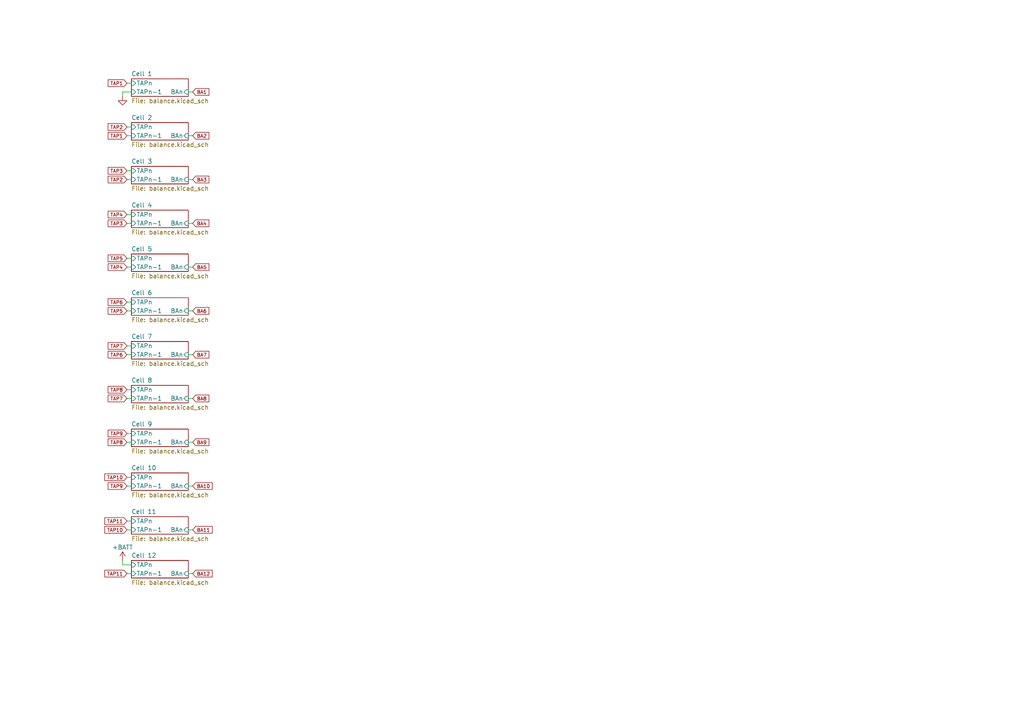
<source format=kicad_sch>
(kicad_sch (version 20231120) (generator "eeschema") (generator_version "8.0")
  (paper "A4")
  (lib_symbols
    (symbol "power:+BATT" (power) (pin_numbers hide) (pin_names (offset 0) hide)
      (property "Value" "+BATT" (at 0 3.556 0))
      (symbol "+BATT_0_1"
        (polyline (pts (xy -0.762 1.27) (xy 0 2.54)))
        (polyline (pts (xy 0 0) (xy 0 2.54)))
        (polyline (pts (xy 0 2.54) (xy 0.762 1.27)))
      )
      (symbol "+BATT_1_1"
        (pin power_in line (at 0 0 90) (length 0) (name "~") (number "1"))
      )
    )
    (symbol "power:GND" (power) (pin_numbers hide) (pin_names (offset 0) hide)
      (property "Value" "GND" (at 0 -3.81 0))
      (symbol "GND_0_1"
        (polyline (pts (xy 0 0) (xy 0 -1.27) (xy 1.27 -1.27) (xy 0 -2.54) (xy -1.27 -1.27) (xy 0 -1.27)))
      )
      (symbol "GND_1_1"
        (pin power_in line (at 0 0 270) (length 0) (name "~") (number "1"))
      )
    )
  )
  (wire (pts (xy 54.61 102.87) (xy 55.88 102.87)))
  (wire (pts (xy 54.61 166.37) (xy 55.88 166.37)))
  (wire (pts (xy 36.83 153.67) (xy 38.1 153.67)))
  (wire (pts (xy 54.61 77.47) (xy 55.88 77.47)))
  (wire (pts (xy 36.83 138.43) (xy 38.1 138.43)))
  (wire (pts (xy 35.56 163.83) (xy 38.1 163.83)))
  (wire (pts (xy 36.83 128.27) (xy 38.1 128.27)))
  (wire (pts (xy 36.83 24.13) (xy 38.1 24.13)))
  (wire (pts (xy 36.83 140.97) (xy 38.1 140.97)))
  (wire (pts (xy 36.83 151.13) (xy 38.1 151.13)))
  (wire (pts (xy 36.83 62.23) (xy 38.1 62.23)))
  (wire (pts (xy 54.61 153.67) (xy 55.88 153.67)))
  (wire (pts (xy 35.56 26.67) (xy 38.1 26.67)))
  (wire (pts (xy 36.83 52.07) (xy 38.1 52.07)))
  (wire (pts (xy 35.56 27.94) (xy 35.56 26.67)))
  (wire (pts (xy 36.83 100.33) (xy 38.1 100.33)))
  (wire (pts (xy 54.61 64.77) (xy 55.88 64.77)))
  (wire (pts (xy 54.61 90.17) (xy 55.88 90.17)))
  (wire (pts (xy 54.61 115.57) (xy 55.88 115.57)))
  (wire (pts (xy 54.61 140.97) (xy 55.88 140.97)))
  (wire (pts (xy 36.83 102.87) (xy 38.1 102.87)))
  (wire (pts (xy 54.61 52.07) (xy 55.88 52.07)))
  (wire (pts (xy 36.83 166.37) (xy 38.1 166.37)))
  (wire (pts (xy 36.83 49.53) (xy 38.1 49.53)))
  (wire (pts (xy 54.61 39.37) (xy 55.88 39.37)))
  (wire (pts (xy 54.61 128.27) (xy 55.88 128.27)))
  (wire (pts (xy 54.61 26.67) (xy 55.88 26.67)))
  (wire (pts (xy 36.83 87.63) (xy 38.1 87.63)))
  (wire (pts (xy 36.83 90.17) (xy 38.1 90.17)))
  (wire (pts (xy 36.83 39.37) (xy 38.1 39.37)))
  (wire (pts (xy 36.83 113.03) (xy 38.1 113.03)))
  (wire (pts (xy 36.83 64.77) (xy 38.1 64.77)))
  (wire (pts (xy 36.83 115.57) (xy 38.1 115.57)))
  (wire (pts (xy 36.83 36.83) (xy 38.1 36.83)))
  (wire (pts (xy 36.83 77.47) (xy 38.1 77.47)))
  (wire (pts (xy 36.83 125.73) (xy 38.1 125.73)))
  (wire (pts (xy 35.56 163.83) (xy 35.56 162.56)))
  (wire (pts (xy 36.83 74.93) (xy 38.1 74.93)))
  (global_label "TAP2" (shape input) (at 36.83 36.83 180) (effects (font (size 1 1))) (property "Intersheetrefs" "${INTERSHEET_REFS}" (effects (hide yes))))
  (global_label "TAP10" (shape input) (at 36.83 138.43 180) (effects (font (size 1 1))) (property "Intersheetrefs" "${INTERSHEET_REFS}" (effects (hide yes))))
  (global_label "BA1" (shape input) (at 55.88 26.67 0) (effects (font (size 1 1))) (property "Intersheetrefs" "${INTERSHEET_REFS}" (effects (hide yes))))
  (global_label "TAP8" (shape input) (at 36.83 128.27 180) (effects (font (size 1 1))) (property "Intersheetrefs" "${INTERSHEET_REFS}" (effects (hide yes))))
  (global_label "TAP6" (shape input) (at 36.83 87.63 180) (effects (font (size 1 1))) (property "Intersheetrefs" "${INTERSHEET_REFS}" (effects (hide yes))))
  (global_label "BA7" (shape input) (at 55.88 102.87 0) (effects (font (size 1 1))) (property "Intersheetrefs" "${INTERSHEET_REFS}" (effects (hide yes))))
  (global_label "TAP1" (shape input) (at 36.83 24.13 180) (effects (font (size 1 1))) (property "Intersheetrefs" "${INTERSHEET_REFS}" (effects (hide yes))))
  (global_label "TAP2" (shape input) (at 36.83 52.07 180) (effects (font (size 1 1))) (property "Intersheetrefs" "${INTERSHEET_REFS}" (effects (hide yes))))
  (global_label "BA9" (shape input) (at 55.88 128.27 0) (effects (font (size 1 1))) (property "Intersheetrefs" "${INTERSHEET_REFS}" (effects (hide yes))))
  (global_label "TAP4" (shape input) (at 36.83 77.47 180) (effects (font (size 1 1))) (property "Intersheetrefs" "${INTERSHEET_REFS}" (effects (hide yes))))
  (global_label "TAP3" (shape input) (at 36.83 64.77 180) (effects (font (size 1 1))) (property "Intersheetrefs" "${INTERSHEET_REFS}" (effects (hide yes))))
  (global_label "TAP5" (shape input) (at 36.83 90.17 180) (effects (font (size 1 1))) (property "Intersheetrefs" "${INTERSHEET_REFS}" (effects (hide yes))))
  (global_label "TAP8" (shape input) (at 36.83 113.03 180) (effects (font (size 1 1))) (property "Intersheetrefs" "${INTERSHEET_REFS}" (effects (hide yes))))
  (global_label "BA11" (shape input) (at 55.88 153.67 0) (effects (font (size 1 1))) (property "Intersheetrefs" "${INTERSHEET_REFS}" (effects (hide yes))))
  (global_label "TAP7" (shape input) (at 36.83 100.33 180) (effects (font (size 1 1))) (property "Intersheetrefs" "${INTERSHEET_REFS}" (effects (hide yes))))
  (global_label "TAP5" (shape input) (at 36.83 74.93 180) (effects (font (size 1 1))) (property "Intersheetrefs" "${INTERSHEET_REFS}" (effects (hide yes))))
  (global_label "TAP1" (shape input) (at 36.83 39.37 180) (effects (font (size 1 1))) (property "Intersheetrefs" "${INTERSHEET_REFS}" (effects (hide yes))))
  (global_label "BA6" (shape input) (at 55.88 90.17 0) (effects (font (size 1 1))) (property "Intersheetrefs" "${INTERSHEET_REFS}" (effects (hide yes))))
  (global_label "TAP7" (shape input) (at 36.83 115.57 180) (effects (font (size 1 1))) (property "Intersheetrefs" "${INTERSHEET_REFS}" (effects (hide yes))))
  (global_label "BA10" (shape input) (at 55.88 140.97 0) (effects (font (size 1 1))) (property "Intersheetrefs" "${INTERSHEET_REFS}" (effects (hide yes))))
  (global_label "BA8" (shape input) (at 55.88 115.57 0) (effects (font (size 1 1))) (property "Intersheetrefs" "${INTERSHEET_REFS}" (effects (hide yes))))
  (global_label "TAP10" (shape input) (at 36.83 153.67 180) (effects (font (size 1 1))) (property "Intersheetrefs" "${INTERSHEET_REFS}" (effects (hide yes))))
  (global_label "TAP11" (shape input) (at 36.83 166.37 180) (effects (font (size 1 1))) (property "Intersheetrefs" "${INTERSHEET_REFS}" (effects (hide yes))))
  (global_label "TAP3" (shape input) (at 36.83 49.53 180) (effects (font (size 1 1))) (property "Intersheetrefs" "${INTERSHEET_REFS}" (effects (hide yes))))
  (global_label "BA5" (shape input) (at 55.88 77.47 0) (effects (font (size 1 1))) (property "Intersheetrefs" "${INTERSHEET_REFS}" (effects (hide yes))))
  (global_label "TAP9" (shape input) (at 36.83 140.97 180) (effects (font (size 1 1))) (property "Intersheetrefs" "${INTERSHEET_REFS}" (effects (hide yes))))
  (global_label "TAP9" (shape input) (at 36.83 125.73 180) (effects (font (size 1 1))) (property "Intersheetrefs" "${INTERSHEET_REFS}" (effects (hide yes))))
  (global_label "BA2" (shape input) (at 55.88 39.37 0) (effects (font (size 1 1))) (property "Intersheetrefs" "${INTERSHEET_REFS}" (effects (hide yes))))
  (global_label "BA3" (shape input) (at 55.88 52.07 0) (effects (font (size 1 1))) (property "Intersheetrefs" "${INTERSHEET_REFS}" (effects (hide yes))))
  (global_label "BA12" (shape input) (at 55.88 166.37 0) (effects (font (size 1 1))) (property "Intersheetrefs" "${INTERSHEET_REFS}" (effects (hide yes))))
  (global_label "TAP4" (shape input) (at 36.83 62.23 180) (effects (font (size 1 1))) (property "Intersheetrefs" "${INTERSHEET_REFS}" (effects (hide yes))))
  (global_label "BA4" (shape input) (at 55.88 64.77 0) (effects (font (size 1 1))) (property "Intersheetrefs" "${INTERSHEET_REFS}" (effects (hide yes))))
  (global_label "TAP6" (shape input) (at 36.83 102.87 180) (effects (font (size 1 1))) (property "Intersheetrefs" "${INTERSHEET_REFS}" (effects (hide yes))))
  (global_label "TAP11" (shape input) (at 36.83 151.13 180) (effects (font (size 1 1))) (property "Intersheetrefs" "${INTERSHEET_REFS}" (effects (hide yes))))
  (symbol (lib_id "power:GND") (at 35.56 27.94 0) (unit 1)
    (property "Reference" "#PWR039" (effects (hide yes)))
    (property "Value" "GND" (effects (hide yes)))
    (property "Description" "Power symbol creates a global label with name \"GND\" , ground" (effects (hide yes)))
  )
  (symbol (lib_id "power:+BATT") (at 35.56 162.56 0) (unit 1)
    (property "Reference" "#PWR040" (effects (hide yes)))
    (property "Value" "+BATT" (at 35.56 158.75 0))
    (property "Description" "Power symbol creates a global label with name \"+BATT\"" (effects (hide yes)))
  )
  (sheet (at 38.1 22.86) (size 16.51 5.08) (stroke (width 0.1524))
    (property "Sheetname" "Cell 1" (at 38.1 22.1484 0) (effects (justify left bottom)))
    (property "Sheetfile" "balance.kicad_sch" (at 38.1 28.5246 0) (effects (justify left top)))
    (pin "TAPn" input (at 38.1 24.13 180))
    (pin "TAPn-1" input (at 38.1 26.67 180))
    (pin "BAn" input (at 54.61 26.67 0))
  )
  (sheet (at 38.1 124.46) (size 16.51 5.08) (stroke (width 0.1524))
    (property "Sheetname" "Cell 9" (at 38.1 123.7484 0) (effects (justify left bottom)))
    (property "Sheetfile" "balance.kicad_sch" (at 38.1 130.1246 0) (effects (justify left top)))
    (pin "TAPn" input (at 38.1 125.73 180))
    (pin "TAPn-1" input (at 38.1 128.27 180))
    (pin "BAn" input (at 54.61 128.27 0))
  )
  (sheet (at 38.1 73.66) (size 16.51 5.08) (stroke (width 0.1524))
    (property "Sheetname" "Cell 5" (at 38.1 72.9484 0) (effects (justify left bottom)))
    (property "Sheetfile" "balance.kicad_sch" (at 38.1 79.3246 0) (effects (justify left top)))
    (pin "TAPn" input (at 38.1 74.93 180))
    (pin "TAPn-1" input (at 38.1 77.47 180))
    (pin "BAn" input (at 54.61 77.47 0))
  )
  (sheet (at 38.1 111.76) (size 16.51 5.08) (stroke (width 0.1524))
    (property "Sheetname" "Cell 8" (at 38.1 111.0484 0) (effects (justify left bottom)))
    (property "Sheetfile" "balance.kicad_sch" (at 38.1 117.4246 0) (effects (justify left top)))
    (pin "TAPn" input (at 38.1 113.03 180))
    (pin "TAPn-1" input (at 38.1 115.57 180))
    (pin "BAn" input (at 54.61 115.57 0))
  )
  (sheet (at 38.1 149.86) (size 16.51 5.08) (stroke (width 0.1524))
    (property "Sheetname" "Cell 11" (at 38.1 149.1484 0) (effects (justify left bottom)))
    (property "Sheetfile" "balance.kicad_sch" (at 38.1 155.5246 0) (effects (justify left top)))
    (pin "TAPn" input (at 38.1 151.13 180))
    (pin "TAPn-1" input (at 38.1 153.67 180))
    (pin "BAn" input (at 54.61 153.67 0))
  )
  (sheet (at 38.1 137.16) (size 16.51 5.08) (stroke (width 0.1524))
    (property "Sheetname" "Cell 10" (at 38.1 136.4484 0) (effects (justify left bottom)))
    (property "Sheetfile" "balance.kicad_sch" (at 38.1 142.8246 0) (effects (justify left top)))
    (pin "TAPn" input (at 38.1 138.43 180))
    (pin "TAPn-1" input (at 38.1 140.97 180))
    (pin "BAn" input (at 54.61 140.97 0))
  )
  (sheet (at 38.1 35.56) (size 16.51 5.08) (stroke (width 0.1524))
    (property "Sheetname" "Cell 2" (at 38.1 34.8484 0) (effects (justify left bottom)))
    (property "Sheetfile" "balance.kicad_sch" (at 38.1 41.2246 0) (effects (justify left top)))
    (pin "TAPn" input (at 38.1 36.83 180))
    (pin "TAPn-1" input (at 38.1 39.37 180))
    (pin "BAn" input (at 54.61 39.37 0))
  )
  (sheet (at 38.1 48.26) (size 16.51 5.08) (stroke (width 0.1524))
    (property "Sheetname" "Cell 3" (at 38.1 47.5484 0) (effects (justify left bottom)))
    (property "Sheetfile" "balance.kicad_sch" (at 38.1 53.9246 0) (effects (justify left top)))
    (pin "TAPn" input (at 38.1 49.53 180))
    (pin "TAPn-1" input (at 38.1 52.07 180))
    (pin "BAn" input (at 54.61 52.07 0))
  )
  (sheet (at 38.1 162.56) (size 16.51 5.08) (stroke (width 0.1524))
    (property "Sheetname" "Cell 12" (at 38.1 161.8484 0) (effects (justify left bottom)))
    (property "Sheetfile" "balance.kicad_sch" (at 38.1 168.2246 0) (effects (justify left top)))
    (pin "TAPn" input (at 38.1 163.83 180))
    (pin "TAPn-1" input (at 38.1 166.37 180))
    (pin "BAn" input (at 54.61 166.37 0))
  )
  (sheet (at 38.1 86.36) (size 16.51 5.08) (stroke (width 0.1524))
    (property "Sheetname" "Cell 6" (at 38.1 85.6484 0) (effects (justify left bottom)))
    (property "Sheetfile" "balance.kicad_sch" (at 38.1 92.0246 0) (effects (justify left top)))
    (pin "TAPn" input (at 38.1 87.63 180))
    (pin "TAPn-1" input (at 38.1 90.17 180))
    (pin "BAn" input (at 54.61 90.17 0))
  )
  (sheet (at 38.1 60.96) (size 16.51 5.08) (stroke (width 0.1524))
    (property "Sheetname" "Cell 4" (at 38.1 60.2484 0) (effects (justify left bottom)))
    (property "Sheetfile" "balance.kicad_sch" (at 38.1 66.6246 0) (effects (justify left top)))
    (pin "TAPn" input (at 38.1 62.23 180))
    (pin "TAPn-1" input (at 38.1 64.77 180))
    (pin "BAn" input (at 54.61 64.77 0))
  )
  (sheet (at 38.1 99.06) (size 16.51 5.08) (stroke (width 0.1524))
    (property "Sheetname" "Cell 7" (at 38.1 98.3484 0) (effects (justify left bottom)))
    (property "Sheetfile" "balance.kicad_sch" (at 38.1 104.7246 0) (effects (justify left top)))
    (pin "TAPn" input (at 38.1 100.33 180))
    (pin "TAPn-1" input (at 38.1 102.87 180))
    (pin "BAn" input (at 54.61 102.87 0))
  )
)
</source>
